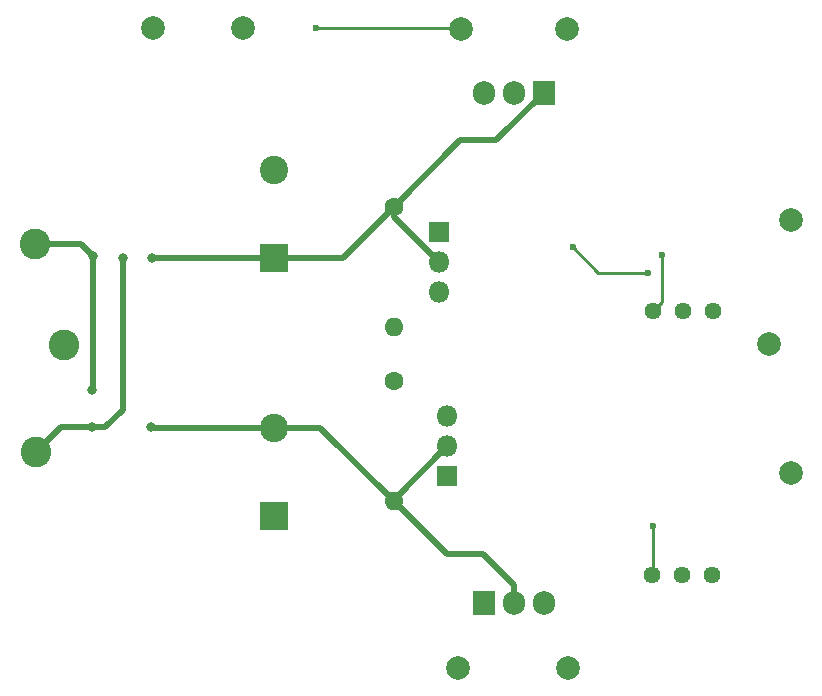
<source format=gbr>
G04 #@! TF.GenerationSoftware,KiCad,Pcbnew,(5.1.10-0-10_14)*
G04 #@! TF.CreationDate,2021-10-17T13:02:41+02:00*
G04 #@! TF.ProjectId,lv-lownoise-psu,6c762d6c-6f77-46e6-9f69-73652d707375,rev?*
G04 #@! TF.SameCoordinates,Original*
G04 #@! TF.FileFunction,Copper,L2,Bot*
G04 #@! TF.FilePolarity,Positive*
%FSLAX46Y46*%
G04 Gerber Fmt 4.6, Leading zero omitted, Abs format (unit mm)*
G04 Created by KiCad (PCBNEW (5.1.10-0-10_14)) date 2021-10-17 13:02:41*
%MOMM*%
%LPD*%
G01*
G04 APERTURE LIST*
G04 #@! TA.AperFunction,ComponentPad*
%ADD10C,2.000000*%
G04 #@! TD*
G04 #@! TA.AperFunction,ComponentPad*
%ADD11O,1.600000X1.600000*%
G04 #@! TD*
G04 #@! TA.AperFunction,ComponentPad*
%ADD12C,1.600000*%
G04 #@! TD*
G04 #@! TA.AperFunction,ComponentPad*
%ADD13O,1.800000X1.800000*%
G04 #@! TD*
G04 #@! TA.AperFunction,ComponentPad*
%ADD14R,1.800000X1.800000*%
G04 #@! TD*
G04 #@! TA.AperFunction,ComponentPad*
%ADD15O,1.905000X2.000000*%
G04 #@! TD*
G04 #@! TA.AperFunction,ComponentPad*
%ADD16R,1.905000X2.000000*%
G04 #@! TD*
G04 #@! TA.AperFunction,ComponentPad*
%ADD17C,2.400000*%
G04 #@! TD*
G04 #@! TA.AperFunction,ComponentPad*
%ADD18R,2.400000X2.400000*%
G04 #@! TD*
G04 #@! TA.AperFunction,ComponentPad*
%ADD19C,1.440000*%
G04 #@! TD*
G04 #@! TA.AperFunction,ComponentPad*
%ADD20C,2.600000*%
G04 #@! TD*
G04 #@! TA.AperFunction,ViaPad*
%ADD21C,0.800000*%
G04 #@! TD*
G04 #@! TA.AperFunction,ViaPad*
%ADD22C,0.600000*%
G04 #@! TD*
G04 #@! TA.AperFunction,Conductor*
%ADD23C,0.500000*%
G04 #@! TD*
G04 #@! TA.AperFunction,Conductor*
%ADD24C,0.250000*%
G04 #@! TD*
G04 APERTURE END LIST*
D10*
X119761000Y-85471000D03*
X129032000Y-85471000D03*
X128968500Y-31369000D03*
X120015000Y-31369000D03*
X93916500Y-31305500D03*
X101536500Y-31305500D03*
X147955000Y-69024500D03*
X146113500Y-58039000D03*
X147955000Y-47561500D03*
D11*
X114300000Y-71374000D03*
D12*
X114300000Y-61214000D03*
D11*
X114300000Y-56642000D03*
D12*
X114300000Y-46482000D03*
D13*
X118808500Y-64198500D03*
X118808500Y-66738500D03*
D14*
X118808500Y-69278500D03*
D13*
X118110000Y-53657500D03*
X118110000Y-51117500D03*
D14*
X118110000Y-48577500D03*
D15*
X127000000Y-80010000D03*
X124460000Y-80010000D03*
D16*
X121920000Y-80010000D03*
D15*
X121920000Y-36830000D03*
X124460000Y-36830000D03*
D16*
X127000000Y-36830000D03*
D17*
X104140000Y-65151000D03*
D18*
X104140000Y-72651000D03*
D17*
X104140000Y-43300000D03*
D18*
X104140000Y-50800000D03*
D19*
X141287500Y-77660500D03*
X138747500Y-77660500D03*
X136207500Y-77660500D03*
X141351000Y-55308500D03*
X138811000Y-55308500D03*
X136271000Y-55308500D03*
D20*
X83921600Y-49631600D03*
X86360000Y-58166000D03*
X83972400Y-67259200D03*
D21*
X93827600Y-50800000D03*
X88849200Y-50647600D03*
X88726000Y-61997600D03*
X93726000Y-65125600D03*
D22*
X107759500Y-31305500D03*
D21*
X88747600Y-65125600D03*
X91338400Y-50800000D03*
D22*
X136271000Y-73469500D03*
X135826500Y-52070000D03*
X129443000Y-49877500D03*
X137051500Y-50527500D03*
D23*
X109982000Y-50800000D02*
X114300000Y-46482000D01*
X104140000Y-50800000D02*
X109982000Y-50800000D01*
X114300000Y-47307500D02*
X114300000Y-46482000D01*
X118110000Y-51117500D02*
X114300000Y-47307500D01*
X114300000Y-46482000D02*
X119951500Y-40830500D01*
X122999500Y-40830500D02*
X127000000Y-36830000D01*
X119951500Y-40830500D02*
X122999500Y-40830500D01*
X104140000Y-50800000D02*
X93827600Y-50800000D01*
X87833200Y-49631600D02*
X88849200Y-50647600D01*
X83921600Y-49631600D02*
X87833200Y-49631600D01*
X88849200Y-61874400D02*
X88726000Y-61997600D01*
X88849200Y-50647600D02*
X88849200Y-61874400D01*
X108077000Y-65151000D02*
X114300000Y-71374000D01*
X104140000Y-65151000D02*
X108077000Y-65151000D01*
X114300000Y-71247000D02*
X114300000Y-71374000D01*
X118808500Y-66738500D02*
X114300000Y-71247000D01*
X114300000Y-71374000D02*
X118808500Y-75882500D01*
X124460000Y-78510000D02*
X124460000Y-80010000D01*
X121832500Y-75882500D02*
X124460000Y-78510000D01*
X118808500Y-75882500D02*
X121832500Y-75882500D01*
X93751400Y-65151000D02*
X93726000Y-65125600D01*
X104140000Y-65151000D02*
X93751400Y-65151000D01*
D24*
X119951500Y-31305500D02*
X120015000Y-31369000D01*
X107759500Y-31305500D02*
X119951500Y-31305500D01*
D23*
X83972400Y-67259200D02*
X86106000Y-65125600D01*
X86106000Y-65125600D02*
X88747600Y-65125600D01*
X88747600Y-65125600D02*
X89865200Y-65125600D01*
X91338400Y-63652400D02*
X91338400Y-50800000D01*
X89865200Y-65125600D02*
X91338400Y-63652400D01*
D24*
X136271000Y-77597000D02*
X136207500Y-77660500D01*
X136271000Y-73469500D02*
X136271000Y-77597000D01*
X131635500Y-52070000D02*
X129443000Y-49877500D01*
X135826500Y-52070000D02*
X131635500Y-52070000D01*
X137051500Y-54528000D02*
X136271000Y-55308500D01*
X137051500Y-50527500D02*
X137051500Y-54528000D01*
M02*

</source>
